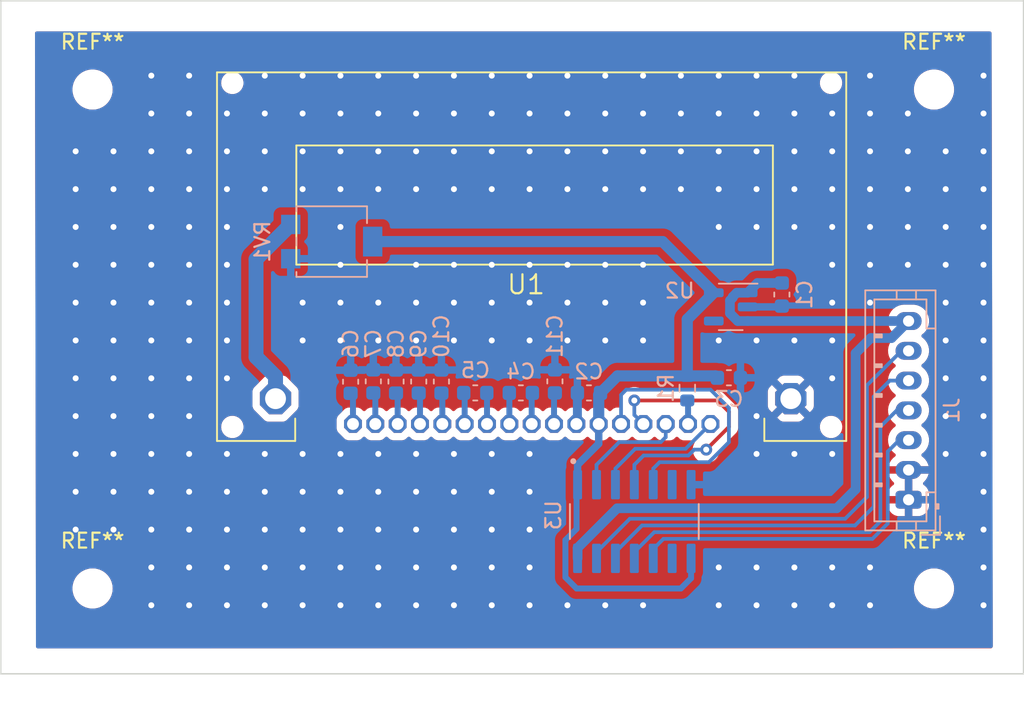
<source format=kicad_pcb>
(kicad_pcb (version 20221018) (generator pcbnew)
  (layers (0 "F.Cu" signal) (31 "B.Cu" signal) (34 "B.Paste" user) (35 "F.Paste" user) (36 "B.SilkS" user "B.Silkscreen") (37 "F.SilkS" user "F.Silkscreen") (38 "B.Mask" user) (39 "F.Mask" user) (44 "Edge.Cuts" user))
  (net 0 "")
  (net 1 "+5V")
  (net 2 "GND")
  (net 3 "+3.3V")
  (net 4 "/LCD_A0")
  (net 5 "/MCU_A0")
  (net 6 "/LCD_CS")
  (net 7 "/MCU_CS")
  (net 8 "/LCD_SCL")
  (net 9 "/MCU_SCL")
  (net 10 "/LCD_SDA")
  (net 11 "/MCU_SDA")
  (net 12 "Net-(U1-C1-)")
  (net 13 "Net-(U1-C1+)")
  (net 14 "Net-(U1-C2-)")
  (net 15 "Net-(U1-C2+)")
  (net 16 "Net-(U1-V0)")
  (net 17 "Net-(U1-V1)")
  (net 18 "Net-(U1-V2)")
  (net 19 "Net-(U1-V3)")
  (net 20 "Net-(U1-V4)")
  (net 21 "Net-(U1-VOUT)")
  (net 22 "Net-(U1-~{RST})")
  (net 24 "VD")
  (footprint "MountingHole:MountingHole_2.2mm_M2" (layer "F.Cu") (at 67 100)
    (fp_text reference "REF**" (at 0 -3.2) (layer "F.SilkS"))
    (fp_text value "MountingHole_2.2mm_M2" hide)
    (pad "" np_thru_hole circle (at 0 0) (size 2.2 2.2) (drill 2.2) (layers "*.Cu" "*.Mask"))
  )
  (footprint "MountingHole:MountingHole_2.2mm_M2" (layer "F.Cu") (at 67 66.5)
    (fp_text reference "REF**" (at 0 -3.2) (layer "F.SilkS"))
    (fp_text value "MountingHole_2.2mm_M2" hide)
    (pad "" np_thru_hole circle (at 0 0) (size 2.2 2.2) (drill 2.2) (layers "*.Cu" "*.Mask"))
  )
  (footprint "MountingHole:MountingHole_2.2mm_M2" (layer "F.Cu") (at 123.5 66.5)
    (fp_text reference "REF**" (at 0 -3.2) (layer "F.SilkS"))
    (fp_text value "MountingHole_2.2mm_M2" hide)
    (pad "" np_thru_hole circle (at 0 0) (size 2.2 2.2) (drill 2.2) (layers "*.Cu" "*.Mask"))
  )
  (footprint "library:NHD-C12832A1Z" (layer "F.Cu") (at 96.106 79.594)
    (fp_text reference "U1" (at 0 0) (layer "F.SilkS") (effects (font (size 1.27 1.27))))
    (fp_text value "NHD-C12832A1Z")
    (pad "" np_thru_hole circle (at -19.72 -13.54) (size 1 1) (drill 1) (layers "*.Cu" "*.Mask"))
    (pad "" np_thru_hole circle (at -19.72 9.56) (size 1 1) (drill 1) (layers "*.Cu" "*.Mask"))
    (pad "" np_thru_hole circle (at 20.48 -13.54) (size 1 1) (drill 1) (layers "*.Cu" "*.Mask"))
    (pad "" np_thru_hole circle (at 20.48 9.56) (size 1 1) (drill 1) (layers "*.Cu" "*.Mask"))
    (pad "P1" thru_hole roundrect (at -11.62 9.36) (size 1.2 1.2) (drill 0.8) (layers "*.Cu" "*.Mask") (chamfer_ratio 0.2928932188) (chamfer top_left top_right bottom_left bottom_right) (net 16 "Net-(U1-V0)"))
    (pad "P2" thru_hole roundrect (at -10.12 9.36) (size 1.2 1.2) (drill 0.8) (layers "*.Cu" "*.Mask") (chamfer_ratio 0.2928932188) (chamfer top_left top_right bottom_left bottom_right) (net 17 "Net-(U1-V1)"))
    (pad "P3" thru_hole roundrect (at -8.62 9.36) (size 1.2 1.2) (drill 0.8) (layers "*.Cu" "*.Mask") (chamfer_ratio 0.2928932188) (chamfer top_left top_right bottom_left bottom_right) (net 18 "Net-(U1-V2)"))
    (pad "P4" thru_hole roundrect (at -7.12 9.36) (size 1.2 1.2) (drill 0.8) (layers "*.Cu" "*.Mask") (chamfer_ratio 0.2928932188) (chamfer top_left top_right bottom_left bottom_right) (net 19 "Net-(U1-V3)"))
    (pad "P5" thru_hole roundrect (at -5.62 9.36) (size 1.2 1.2) (drill 0.8) (layers "*.Cu" "*.Mask") (chamfer_ratio 0.2928932188) (chamfer top_left top_right bottom_left bottom_right) (net 20 "Net-(U1-V4)"))
    (pad "P6" thru_hole roundrect (at -4.12 9.36) (size 1.2 1.2) (drill 0.8) (layers "*.Cu" "*.Mask") (chamfer_ratio 0.2928932188) (chamfer top_left top_right bottom_left bottom_right) (net 14 "Net-(U1-C2-)"))
    (pad "P7" thru_hole roundrect (at -2.62 9.36) (size 1.2 1.2) (drill 0.8) (layers "*.Cu" "*.Mask") (chamfer_ratio 0.2928932188) (chamfer top_left top_right bottom_left bottom_right) (net 15 "Net-(U1-C2+)"))
    (pad "P8" thru_hole roundrect (at -1.12 9.36) (size 1.2 1.2) (drill 0.8) (layers "*.Cu" "*.Mask") (chamfer_ratio 0.2928932188) (chamfer top_left top_right bottom_left bottom_right) (net 13 "Net-(U1-C1+)"))
    (pad "P9" thru_hole roundrect (at 0.38 9.36) (size 1.2 1.2) (drill 0.8) (layers "*.Cu" "*.Mask") (chamfer_ratio 0.2928932188) (chamfer top_left top_right bottom_left bottom_right) (net 12 "Net-(U1-C1-)"))
    (pad "P10" thru_hole roundrect (at 1.88 9.36) (size 1.2 1.2) (drill 0.8) (layers "*.Cu" "*.Mask") (chamfer_ratio 0.2928932188) (chamfer top_left top_right bottom_left bottom_right) (net 21 "Net-(U1-VOUT)"))
    (pad "P11" thru_hole roundrect (at 3.38 9.36) (size 1.2 1.2) (drill 0.8) (layers "*.Cu" "*.Mask") (chamfer_ratio 0.2928932188) (chamfer top_left top_right bottom_left bottom_right) (net 2 "GND"))
    (pad "P12" thru_hole roundrect (at 4.88 9.36) (size 1.2 1.2) (drill 0.8) (layers "*.Cu" "*.Mask") (chamfer_ratio 0.2928932188) (chamfer top_left top_right bottom_left bottom_right) (net 3 "+3.3V"))
    (pad "P13" thru_hole roundrect (at 6.38 9.36) (size 1.2 1.2) (drill 0.8) (layers "*.Cu" "*.Mask") (chamfer_ratio 0.2928932188) (chamfer top_left top_right bottom_left bottom_right) (net 10 "/LCD_SDA"))
    (pad "P14" thru_hole roundrect (at 7.88 9.36) (size 1.2 1.2) (drill 0.8) (layers "*.Cu" "*.Mask") (chamfer_ratio 0.2928932188) (chamfer top_left top_right bottom_left bottom_right) (net 8 "/LCD_SCL"))
    (pad "P15" thru_hole roundrect (at 9.38 9.36) (size 1.2 1.2) (drill 0.8) (layers "*.Cu" "*.Mask") (chamfer_ratio 0.2928932188) (chamfer top_left top_right bottom_left bottom_right) (net 4 "/LCD_A0"))
    (pad "P16" thru_hole roundrect (at 10.88 9.36) (size 1.2 1.2) (drill 0.8) (layers "*.Cu" "*.Mask") (chamfer_ratio 0.2928932188) (chamfer top_left top_right bottom_left bottom_right) (net 22 "Net-(U1-~{RST})"))
    (pad "P17" thru_hole roundrect (at 12.38 9.36) (size 1.2 1.2) (drill 0.8) (layers "*.Cu" "*.Mask") (chamfer_ratio 0.2928932188) (chamfer top_left top_right bottom_left bottom_right) (net 6 "/LCD_CS"))
    (pad "P18" thru_hole roundrect (at -16.82 7.66) (size 2.1 2.1) (drill 1.4) (layers "*.Cu" "*.Mask") (chamfer_ratio 0.2928932188) (chamfer top_left top_right bottom_left bottom_right) (net 24 "VD"))
    (pad "P19" thru_hole roundrect (at 17.78 7.66) (size 2.1 2.1) (drill 1.4) (layers "*.Cu" "*.Mask") (chamfer_ratio 0.2928932188) (chamfer top_left top_right bottom_left bottom_right) (net 2 "GND"))
  )
  (footprint "MountingHole:MountingHole_2.2mm_M2" (layer "F.Cu") (at 123.5 100)
    (fp_text reference "REF**" (at 0 -3.2) (layer "F.SilkS"))
    (fp_text value "MountingHole_2.2mm_M2" hide)
    (pad "" np_thru_hole circle (at 0 0) (size 2.2 2.2) (drill 2.2) (layers "*.Cu" "*.Mask"))
  )
  (footprint "Package_TO_SOT_SMD:SOT-23-5" (layer "B.Cu") (at 109.8495 81.092 180)
    (fp_text reference "U2" (at 3.4235 1.082) (layer "B.SilkS") (effects (justify mirror)))
    (fp_text value "TLV70033_SOT23-5")
    (pad "1" smd roundrect (at -1.1375 0.95 180) (size 1.325 0.6) (layers "B.Cu" "B.Paste" "B.Mask") (net 1 "+5V"))
    (pad "2" smd roundrect (at -1.1375 0 180) (size 1.325 0.6) (layers "B.Cu" "B.Paste" "B.Mask") (net 2 "GND"))
    (pad "3" smd roundrect (at -1.1375 -0.95 180) (size 1.325 0.6) (layers "B.Cu" "B.Paste" "B.Mask") (net 1 "+5V"))
    (pad "4" smd roundrect (at 1.1375 -0.95 180) (size 1.325 0.6) (layers "B.Cu" "B.Paste" "B.Mask"))
    (pad "5" smd roundrect (at 1.1375 0.95 180) (size 1.325 0.6) (layers "B.Cu" "B.Paste" "B.Mask") (net 3 "+3.3V"))
  )
  (footprint "Capacitor_SMD:C_0603_1608Metric" (layer "B.Cu") (at 113.284 80.264 -90)
    (fp_text reference "C1" (at 0 -1.524 90) (layer "B.SilkS") (effects (justify mirror)))
    (fp_text value "1uF" hide)
    (pad "1" smd roundrect (at -0.775 0 270) (size 0.9 0.95) (layers "B.Cu" "B.Paste" "B.Mask") (net 1 "+5V"))
    (pad "2" smd roundrect (at 0.775 0 270) (size 0.9 0.95) (layers "B.Cu" "B.Paste" "B.Mask") (net 2 "GND"))
  )
  (footprint "Capacitor_SMD:C_0603_1608Metric" (layer "B.Cu") (at 109.728 85.852)
    (fp_text reference "C3" (at 0 1.43) (layer "B.SilkS") (effects (justify mirror)))
    (fp_text value "1uF")
    (pad "1" smd roundrect (at -0.775 0) (size 0.9 0.95) (layers "B.Cu" "B.Paste" "B.Mask") (net 3 "+3.3V"))
    (pad "2" smd roundrect (at 0.775 0) (size 0.9 0.95) (layers "B.Cu" "B.Paste" "B.Mask") (net 2 "GND"))
  )
  (footprint "library:SOIC127P600X175-14N" (layer "B.Cu") (at 103.378 95.504 -90)
    (fp_text reference "U3" (at -0.425 5.435 90) (layer "B.SilkS") (effects (justify mirror)))
    (fp_text value "TXS0104EDR")
    (pad "1" smd roundrect (at -2.475 3.81 270) (size 1.97 0.6) (layers "B.Cu" "B.Paste" "B.Mask") (roundrect_rratio 0.15) (net 3 "+3.3V"))
    (pad "2" smd roundrect (at -2.475 2.54 270) (size 1.97 0.6) (layers "B.Cu" "B.Paste" "B.Mask") (roundrect_rratio 0.15) (net 4 "/LCD_A0"))
    (pad "3" smd roundrect (at -2.475 1.27 270) (size 1.97 0.6) (layers "B.Cu" "B.Paste" "B.Mask") (roundrect_rratio 0.15) (net 6 "/LCD_CS"))
    (pad "4" smd roundrect (at -2.475 0 270) (size 1.97 0.6) (layers "B.Cu" "B.Paste" "B.Mask") (roundrect_rratio 0.15) (net 8 "/LCD_SCL"))
    (pad "5" smd roundrect (at -2.475 -1.27 270) (size 1.97 0.6) (layers "B.Cu" "B.Paste" "B.Mask") (roundrect_rratio 0.15) (net 10 "/LCD_SDA"))
    (pad "6" smd roundrect (at -2.475 -2.54 270) (size 1.97 0.6) (layers "B.Cu" "B.Paste" "B.Mask") (roundrect_rratio 0.15))
    (pad "7" smd roundrect (at -2.475 -3.81 270) (size 1.97 0.6) (layers "B.Cu" "B.Paste" "B.Mask") (roundrect_rratio 0.15) (net 2 "GND"))
    (pad "8" smd roundrect (at 2.475 -3.81 270) (size 1.97 0.6) (layers "B.Cu" "B.Paste" "B.Mask") (roundrect_rratio 0.15) (net 3 "+3.3V"))
    (pad "9" smd roundrect (at 2.475 -2.54 270) (size 1.97 0.6) (layers "B.Cu" "B.Paste" "B.Mask") (roundrect_rratio 0.15))
    (pad "10" smd roundrect (at 2.475 -1.27 270) (size 1.97 0.6) (layers "B.Cu" "B.Paste" "B.Mask") (roundrect_rratio 0.15) (net 11 "/MCU_SDA"))
    (pad "11" smd roundrect (at 2.475 0 270) (size 1.97 0.6) (layers "B.Cu" "B.Paste" "B.Mask") (roundrect_rratio 0.15) (net 9 "/MCU_SCL"))
    (pad "12" smd roundrect (at 2.475 1.27 270) (size 1.97 0.6) (layers "B.Cu" "B.Paste" "B.Mask") (roundrect_rratio 0.15) (net 7 "/MCU_CS"))
    (pad "13" smd roundrect (at 2.475 2.54 270) (size 1.97 0.6) (layers "B.Cu" "B.Paste" "B.Mask") (roundrect_rratio 0.15) (net 5 "/MCU_A0"))
    (pad "14" smd roundrect (at 2.475 3.81 270) (size 1.97 0.6) (layers "B.Cu" "B.Paste" "B.Mask") (roundrect_rratio 0.15) (net 1 "+5V"))
  )
  (footprint "Capacitor_SMD:C_0603_1608Metric" (layer "B.Cu") (at 90.424 86.106 90)
    (fp_text reference "C10" (at 3.048 0 270) (layer "B.SilkS") (effects (justify mirror)))
    (fp_text value "1uF" hide)
    (pad "1" smd roundrect (at -0.775 0 90) (size 0.9 0.95) (layers "B.Cu" "B.Paste" "B.Mask") (net 20 "Net-(U1-V4)"))
    (pad "2" smd roundrect (at 0.775 0 90) (size 0.9 0.95) (layers "B.Cu" "B.Paste" "B.Mask") (net 2 "GND"))
  )
  (footprint "Capacitor_SMD:C_0603_1608Metric" (layer "B.Cu") (at 87.376 86.106 90)
    (fp_text reference "C8" (at 2.54 0 270) (layer "B.SilkS") (effects (justify mirror)))
    (fp_text value "1uF" hide)
    (pad "1" smd roundrect (at -0.775 0 90) (size 0.9 0.95) (layers "B.Cu" "B.Paste" "B.Mask") (net 18 "Net-(U1-V2)"))
    (pad "2" smd roundrect (at 0.775 0 90) (size 0.9 0.95) (layers "B.Cu" "B.Paste" "B.Mask") (net 2 "GND"))
  )
  (footprint "Capacitor_SMD:C_0603_1608Metric" (layer "B.Cu") (at 84.328 86.119 90)
    (fp_text reference "C6" (at 2.553 0 270) (layer "B.SilkS") (effects (justify mirror)))
    (fp_text value "1uF" hide)
    (pad "1" smd roundrect (at -0.775 0 90) (size 0.9 0.95) (layers "B.Cu" "B.Paste" "B.Mask") (net 16 "Net-(U1-V0)"))
    (pad "2" smd roundrect (at 0.775 0 90) (size 0.9 0.95) (layers "B.Cu" "B.Paste" "B.Mask") (net 2 "GND"))
  )
  (footprint "Potentiometer_SMD:Potentiometer_Bourns_3314G_Vertical" (layer "B.Cu") (at 83.058 76.708 -90)
    (fp_text reference "RV1" (at 0 4.65 90) (layer "B.SilkS") (effects (justify mirror)))
    (fp_text value "10K" hide)
    (pad "1" smd rect (at 1.15 2.75 270) (size 1.3 1.3) (layers "B.Cu" "B.Paste" "B.Mask") (net 2 "GND"))
    (pad "2" smd rect (at 0 -2.75 270) (size 2 1.3) (layers "B.Cu" "B.Paste" "B.Mask") (net 3 "+3.3V"))
    (pad "3" smd rect (at -1.15 2.75 270) (size 1.3 1.3) (layers "B.Cu" "B.Paste" "B.Mask") (net 24 "VD"))
  )
  (footprint "Capacitor_SMD:C_0603_1608Metric" (layer "B.Cu") (at 92.697 86.868)
    (fp_text reference "C5" (at 0.013 -1.524) (layer "B.SilkS") (effects (justify mirror)))
    (fp_text value "1uF" hide)
    (pad "1" smd roundrect (at -0.775 0) (size 0.9 0.95) (layers "B.Cu" "B.Paste" "B.Mask") (net 14 "Net-(U1-C2-)"))
    (pad "2" smd roundrect (at 0.775 0) (size 0.9 0.95) (layers "B.Cu" "B.Paste" "B.Mask") (net 15 "Net-(U1-C2+)"))
  )
  (footprint "Capacitor_SMD:C_0603_1608Metric" (layer "B.Cu") (at 85.852 86.093 90)
    (fp_text reference "C7" (at 2.527 0 270) (layer "B.SilkS") (effects (justify mirror)))
    (fp_text value "1uF")
    (pad "1" smd roundrect (at -0.775 0 90) (size 0.9 0.95) (layers "B.Cu" "B.Paste" "B.Mask") (net 17 "Net-(U1-V1)"))
    (pad "2" smd roundrect (at 0.775 0 90) (size 0.9 0.95) (layers "B.Cu" "B.Paste" "B.Mask") (net 2 "GND"))
  )
  (footprint "Capacitor_SMD:C_0603_1608Metric" (layer "B.Cu") (at 95.758 86.868 180)
    (fp_text reference "C4" (at 0 1.43) (layer "B.SilkS") (effects (justify mirror)))
    (fp_text value "1uF" hide)
    (pad "1" smd roundrect (at -0.775 0 180) (size 0.9 0.95) (layers "B.Cu" "B.Paste" "B.Mask") (net 12 "Net-(U1-C1-)"))
    (pad "2" smd roundrect (at 0.775 0 180) (size 0.9 0.95) (layers "B.Cu" "B.Paste" "B.Mask") (net 13 "Net-(U1-C1+)"))
  )
  (footprint "Capacitor_SMD:C_0603_1608Metric" (layer "B.Cu") (at 98.044 86.093 -90)
    (fp_text reference "C11" (at -3.035 0 90) (layer "B.SilkS") (effects (justify mirror)))
    (fp_text value "1uF" hide)
    (pad "1" smd roundrect (at -0.775 0 270) (size 0.9 0.95) (layers "B.Cu" "B.Paste" "B.Mask") (net 2 "GND"))
    (pad "2" smd roundrect (at 0.775 0 270) (size 0.9 0.95) (layers "B.Cu" "B.Paste" "B.Mask") (net 21 "Net-(U1-VOUT)"))
  )
  (footprint "Connector_JST:JST_PH_B7B-PH-K_1x07_P2.00mm_Vertical" (layer "B.Cu") (at 121.793 94.042 90)
    (fp_text reference "J1" (at 6 2.9 90) (layer "B.SilkS") (effects (justify mirror)))
    (fp_text value "Conn_01x07_Socket")
    (pad "1" thru_hole roundrect (at 0 0 90) (size 1.2 1.75) (drill 0.75) (layers "*.Cu" "*.Mask") (roundrect_rratio 0.2083333333) (net 2 "GND"))
    (pad "2" thru_hole oval (at 2 0 90) (size 1.2 1.75) (drill 0.75) (layers "*.Cu" "*.Mask") (net 2 "GND"))
    (pad "3" thru_hole oval (at 4 0 90) (size 1.2 1.75) (drill 0.75) (layers "*.Cu" "*.Mask") (net 11 "/MCU_SDA"))
    (pad "4" thru_hole oval (at 6 0 90) (size 1.2 1.75) (drill 0.75) (layers "*.Cu" "*.Mask") (net 9 "/MCU_SCL"))
    (pad "5" thru_hole oval (at 8 0 90) (size 1.2 1.75) (drill 0.75) (layers "*.Cu" "*.Mask") (net 7 "/MCU_CS"))
    (pad "6" thru_hole oval (at 10 0 90) (size 1.2 1.75) (drill 0.75) (layers "*.Cu" "*.Mask") (net 5 "/MCU_A0"))
    (pad "7" thru_hole oval (at 12 0 90) (size 1.2 1.75) (drill 0.75) (layers "*.Cu" "*.Mask") (net 1 "+5V"))
  )
  (footprint "Capacitor_SMD:C_0603_1608Metric" (layer "B.Cu") (at 88.9 86.106 90)
    (fp_text reference "C9" (at 2.54 0 90) (layer "B.SilkS") (effects (justify mirror)))
    (fp_text value "1uF" hide)
    (pad "1" smd roundrect (at -0.775 0 90) (size 0.9 0.95) (layers "B.Cu" "B.Paste" "B.Mask") (net 19 "Net-(U1-V3)"))
    (pad "2" smd roundrect (at 0.775 0 90) (size 0.9 0.95) (layers "B.Cu" "B.Paste" "B.Mask") (net 2 "GND"))
  )
  (footprint "Capacitor_SMD:C_0603_1608Metric" (layer "B.Cu") (at 100.33 86.868 180)
    (fp_text reference "C2" (at 0 1.43) (layer "B.SilkS") (effects (justify mirror)))
    (fp_text value "1uF" hide)
    (pad "1" smd roundrect (at -0.775 0 180) (size 0.9 0.95) (layers "B.Cu" "B.Paste" "B.Mask") (net 3 "+3.3V"))
    (pad "2" smd roundrect (at 0.775 0 180) (size 0.9 0.95) (layers "B.Cu" "B.Paste" "B.Mask") (net 2 "GND"))
  )
  (footprint "Resistor_SMD:R_0603_1608Metric" (layer "B.Cu") (at 106.934 86.551 -90)
    (fp_text reference "R1" (at 0 1.43 90) (layer "B.SilkS") (effects (justify mirror)))
    (fp_text value "10K")
    (pad "1" smd roundrect (at -0.825 0 270) (size 0.8 0.95) (layers "B.Cu" "B.Paste" "B.Mask") (net 3 "+3.3V"))
    (pad "2" smd roundrect (at 0.825 0 270) (size 0.8 0.95) (layers "B.Cu" "B.Paste" "B.Mask") (net 22 "Net-(U1-~{RST})"))
  )
  (gr_rect (start 60.8349 60.5362) (end 129.5127 105.7308) (stroke (width 0.1)) (fill none) (layer "Edge.Cuts"))
  (segment (start 109.7995 80.662406) (end 109.7995 81.521594) (width 0.65) (layer "B.Cu") (net 1))
  (segment (start 116.967 94.615) (end 118.237 93.345) (width 0.65) (layer "B.Cu") (net 1))
  (segment (start 99.568 97.274259) (end 102.227259 94.615) (width 0.65) (layer "B.Cu") (net 1))
  (segment (start 113.284 79.489) (end 111.64 79.489) (width 0.65) (layer "B.Cu") (net 1))
  (segment (start 119.253 83.185) (end 120.65 83.185) (width 0.65) (layer "B.Cu") (net 1))
  (segment (start 110.987 80.142) (end 110.257 80.142) (width 0.65) (layer "B.Cu") (net 1))
  (segment (start 118.237 93.345) (end 118.237 84.201) (width 0.65) (layer "B.Cu") (net 1))
  (segment (start 111.64 79.489) (end 110.987 80.142) (width 0.65) (layer "B.Cu") (net 1))
  (segment (start 109.982 80.417) (end 109.982 80.479906) (width 0.65) (layer "B.Cu") (net 1))
  (segment (start 99.568 97.979) (end 99.568 97.274259) (width 0.65) (layer "B.Cu") (net 1))
  (segment (start 120.65 83.185) (end 121.793 82.042) (width 0.65) (layer "B.Cu") (net 1))
  (segment (start 102.227259 94.615) (end 116.967 94.615) (width 0.65) (layer "B.Cu") (net 1))
  (segment (start 110.257 80.142) (end 109.982 80.417) (width 0.65) (layer "B.Cu") (net 1))
  (segment (start 109.7995 81.521594) (end 110.319906 82.042) (width 0.65) (layer "B.Cu") (net 1))
  (segment (start 109.982 80.479906) (end 109.7995 80.662406) (width 0.65) (layer "B.Cu") (net 1))
  (segment (start 118.237 84.201) (end 119.253 83.185) (width 0.65) (layer "B.Cu") (net 1))
  (segment (start 110.987 82.042) (end 121.793 82.042) (width 0.65) (layer "B.Cu") (net 1))
  (segment (start 110.319906 82.042) (end 110.987 82.042) (width 0.65) (layer "B.Cu") (net 1))
  (via (at 70.9449 68.1062) (size 0.8) (drill 0.4) (layers "F.Cu" "B.Cu") (net 2))
  (via (at 124.2849 83.3462) (size 0.8) (drill 0.4) (layers "F.Cu" "B.Cu") (net 2))
  (via (at 73.4849 90.9662) (size 0.8) (drill 0.4) (layers "F.Cu" "B.Cu") (net 2))
  (via (at 111.5849 65.5662) (size 0.8) (drill 0.4) (layers "F.Cu" "B.Cu") (net 2))
  (via (at 109.0449 98.5862) (size 0.8) (drill 0.4) (layers "F.Cu" "B.Cu") (net 2))
  (via (at 86.1849 90.9662) (size 0.8) (drill 0.4) (layers "F.Cu" "B.Cu") (net 2))
  (via (at 91.2649 93.5062) (size 0.8) (drill 0.4) (layers "F.Cu" "B.Cu") (net 2))
  (via (at 78.5649 73.1862) (size 0.8) (drill 0.4) (layers "F.Cu" "B.Cu") (net 2))
  (via (at 70.9449 75.7262) (size 0.8) (drill 0.4) (layers "F.Cu" "B.Cu") (net 2))
  (via (at 91.2649 70.6462) (size 0.8) (drill 0.4) (layers "F.Cu" "B.Cu") (net 2))
  (via (at 76.0249 70.6462) (size 0.8) (drill 0.4) (layers "F.Cu" "B.Cu") (net 2))
  (via (at 68.4049 88.4262) (size 0.8) (drill 0.4) (layers "F.Cu" "B.Cu") (net 2))
  (via (at 121.7449 78.2662) (size 0.8) (drill 0.4) (layers "F.Cu" "B.Cu") (net 2))
  (via (at 121.7449 70.6462) (size 0.8) (drill 0.4) (layers "F.Cu" "B.Cu") (net 2))
  (via (at 114.1249 83.3462) (size 0.8) (drill 0.4) (layers "F.Cu" "B.Cu") (net 2))
  (via (at 73.4849 98.5862) (size 0.8) (drill 0.4) (layers "F.Cu" "B.Cu") (net 2))
  (via (at 73.4849 85.8862) (size 0.8) (drill 0.4) (layers "F.Cu" "B.Cu") (net 2))
  (via (at 65.8649 80.8062) (size 0.8) (drill 0.4) (layers "F.Cu" "B.Cu") (net 2))
  (via (at 70.9449 90.9662) (size 0.8) (drill 0.4) (layers "F.Cu" "B.Cu") (net 2))
  (via (at 88.7249 68.1062) (size 0.8) (drill 0.4) (layers "F.Cu" "B.Cu") (net 2))
  (via (at 111.5849 88.4262) (size 0.8) (drill 0.4) (layers "F.Cu" "B.Cu") (net 2))
  (via (at 114.1249 98.5862) (size 0.8) (drill 0.4) (layers "F.Cu" "B.Cu") (net 2))
  (via (at 98.8849 83.3462) (size 0.8) (drill 0.4) (layers "F.Cu" "B.Cu") (net 2))
  (via (at 81.1049 101.1262) (size 0.8) (drill 0.4) (layers "F.Cu" "B.Cu") (net 2))
  (via (at 116.6649 70.6462) (size 0.8) (drill 0.4) (layers "F.Cu" "B.Cu") (net 2))
  (via (at 101.4249 65.5662) (size 0.8) (drill 0.4) (layers "F.Cu" "B.Cu") (net 2))
  (via (at 114.1249 70.6462) (size 0.8) (drill 0.4) (layers "F.Cu" "B.Cu") (net 2))
  (via (at 65.8649 85.8862) (size 0.8) (drill 0.4) (layers "F.Cu" "B.Cu") (net 2))
  (via (at 81.1049 93.5062) (size 0.8) (drill 0.4) (layers "F.Cu" "B.Cu") (net 2))
  (via (at 86.1849 68.1062) (size 0.8) (drill 0.4) (layers "F.Cu" "B.Cu") (net 2))
  (via (at 96.3449 83.3462) (size 0.8) (drill 0.4) (layers "F.Cu" "B.Cu") (net 2))
  (via (at 109.0449 101.1262) (size 0.8) (drill 0.4) (layers "F.Cu" "B.Cu") (net 2))
  (via (at 101.4249 70.6462) (size 0.8) (drill 0.4) (layers "F.Cu" "B.Cu") (net 2))
  (via (at 83.6449 73.1862) (size 0.8) (drill 0.4) (layers "F.Cu" "B.Cu") (net 2))
  (via (at 81.1049 83.3462) (size 0.8) (drill 0.4) (layers "F.Cu" "B.Cu") (net 2))
  (via (at 83.6449 98.5862) (size 0.8) (drill 0.4) (layers "F.Cu" "B.Cu") (net 2))
  (via (at 124.2849 75.7262) (size 0.8) (drill 0.4) (layers "F.Cu" "B.Cu") (net 2))
  (via (at 93.8049 73.1862) (size 0.8) (drill 0.4) (layers "F.Cu" "B.Cu") (net 2))
  (via (at 111.5849 75.7262) (size 0.8) (drill 0.4) (layers "F.Cu" "B.Cu") (net 2))
  (via (at 111.5849 98.5862) (size 0.8) (drill 0.4) (layers "F.Cu" "B.Cu") (net 2))
  (via (at 68.4049 93.5062) (size 0.8) (drill 0.4) (layers "F.Cu" "B.Cu") (net 2))
  (via (at 70.9449 70.6462) (size 0.8) (drill 0.4) (layers "F.Cu" "B.Cu") (net 2))
  (via (at 119.2049 73.1862) (size 0.8) (drill 0.4) (layers "F.Cu" "B.Cu") (net 2))
  (via (at 126.8249 85.8862) (size 0.8) (drill 0.4) (layers "F.Cu" "B.Cu") (net 2))
  (via (at 126.8249 98.5862) (size 0.8) (drill 0.4) (layers "F.Cu" "B.Cu") (net 2))
  (via (at 93.8049 68.1062) (size 0.8) (drill 0.4) (layers "F.Cu" "B.Cu") (net 2))
  (via (at 76.0249 68.1062) (size 0.8) (drill 0.4) (layers "F.Cu" "B.Cu") (net 2))
  (via (at 101.4249 80.8062) (size 0.8) (drill 0.4) (layers "F.Cu" "B.Cu") (net 2))
  (via (at 111.5849 73.1862) (size 0.8) (drill 0.4) (layers "F.Cu" "B.Cu") (net 2))
  (via (at 86.1849 80.8062) (size 0.8) (drill 0.4) (layers "F.Cu" "B.Cu") (net 2))
  (via (at 86.1849 65.5662) (size 0.8) (drill 0.4) (layers "F.Cu" "B.Cu") (net 2))
  (via (at 73.4849 93.5062) (size 0.8) (drill 0.4) (layers "F.Cu" "B.Cu") (net 2))
  (via (at 76.0249 93.5062) (size 0.8) (drill 0.4) (layers "F.Cu" "B.Cu") (net 2))
  (via (at 106.5049 65.5662) (size 0.8) (drill 0.4) (layers "F.Cu" "B.Cu") (net 2))
  (via (at 91.2649 96.0462) (size 0.8) (drill 0.4) (layers "F.Cu" "B.Cu") (net 2))
  (via (at 65.8649 75.7262) (size 0.8) (drill 0.4) (layers "F.Cu" "B.Cu") (net 2))
  (via (at 121.7449 75.7262) (size 0.8) (drill 0.4) (layers "F.Cu" "B.Cu") (net 2))
  (via (at 65.8649 93.5062) (size 0.8) (drill 0.4) (layers "F.Cu" "B.Cu") (net 2))
  (via (at 119.2049 80.8062) (size 0.8) (drill 0.4) (layers "F.Cu" "B.Cu") (net 2))
  (via (at 126.8249 93.5062) (size 0.8) (drill 0.4) (layers "F.Cu" "B.Cu") (net 2))
  (via (at 73.4849 83.3462) (size 0.8) (drill 0.4) (layers "F.Cu" "B.Cu") (net 2))
  (via (at 116.6649 98.5862) (size 0.8) (drill 0.4) (layers "F.Cu" "B.Cu") (net 2))
  (via (at 86.1849 96.0462) (size 0.8) (drill 0.4) (layers "F.Cu" "B.Cu") (net 2))
  (via (at 126.8249 68.1062) (size 0.8) (drill 0.4) (layers "F.Cu" "B.Cu") (net 2))
  (via (at 83.6449 75.7262) (size 0.8) (drill 0.4) (layers "F.Cu" "B.Cu") (net 2))
  (via (at 70.9449 93.5062) (size 0.8) (drill 0.4) (layers "F.Cu" "B.Cu") (net 2))
  (via (at 91.2649 101.1262) (size 0.8) (drill 0.4) (layers "F.Cu" "B.Cu") (net 2))
  (via (at 98.8849 70.6462) (size 0.8) (drill 0.4) (layers "F.Cu" "B.Cu") (net 2))
  (via (at 81.1049 96.0462) (size 0.8) (drill 0.4) (layers "F.Cu" "B.Cu") (net 2))
  (via (at 103.9649 68.1062) (size 0.8) (drill 0.4) (layers "F.Cu" "B.Cu") (net 2))
  (via (at 83.6449 101.1262) (size 0.8) (drill 0.4) (layers "F.Cu" "B.Cu") (net 2))
  (via (at 116.6649 68.1062) (size 0.8) (drill 0.4) (layers "F.Cu" "B.Cu") (net 2))
  (via (at 93.8049 65.5662) (size 0.8) (drill 0.4) (layers "F.Cu" "B.Cu") (net 2))
  (via (at 73.4849 101.1262) (size 0.8) (drill 0.4) (layers "F.Cu" "B.Cu") (net 2))
  (via (at 88.7249 98.5862) (size 0.8) (drill 0.4) (layers "F.Cu" "B.Cu") (net 2))
  (via (at 96.3449 98.5862) (size 0.8) (drill 0.4) (layers "F.Cu" "B.Cu") (net 2))
  (via (at 65.8649 88.4262) (size 0.8) (drill 0.4) (layers "F.Cu" "B.Cu") (net 2))
  (via (at 111.5849 90.9662) (size 0.8) (drill 0.4) (layers "F.Cu" "B.Cu") (net 2))
  (via (at 98.8849 73.1862) (size 0.8) (drill 0.4) (layers "F.Cu" "B.Cu") (net 2))
  (via (at 88.7249 78.2662) (size 0.8) (drill 0.4) (layers "F.Cu" "B.Cu") (net 2))
  (via (at 93.8049 98.5862) (size 0.8) (drill 0.4) (layers "F.Cu" "B.Cu") (net 2))
  (via (at 119.2049 65.5662) (size 0.8) (drill 0.4) (layers "F.Cu" "B.Cu") (net 2))
  (via (at 119.2049 78.2662) (size 0.8) (drill 0.4) (layers "F.Cu" "B.Cu") (net 2))
  (via (at 68.4049 70.6462) (size 0.8) (drill 0.4) (layers "F.Cu" "B.Cu") (net 2))
  (via (at 111.5849 101.1262) (size 0.8) (drill 0.4) (layers "F.Cu" "B.Cu") (net 2))
  (via (at 88.7249 93.5062) (size 0.8) (drill 0.4) (layers "F.Cu" "B.Cu") (net 2))
  (via (at 116.6649 73.1862) (size 0.8) (drill 0.4) (layers "F.Cu" "B.Cu") (net 2))
  (via (at 76.0249 83.3462) (size 0.8) (drill 0.4) (layers "F.Cu" "B.Cu") (net 2))
  (via (at 121.7449 73.1862) (size 0.8) (drill 0.4) (layers "F.Cu" "B.Cu") (net 2))
  (via (at 96.3449 93.5062) (size 0.8) (drill 0.4) (layers "F.Cu" "B.Cu") (net 2))
  (via (at 114.1249 65.5662) (size 0.8) (drill 0.4) (layers "F.Cu" "B.Cu") (net 2))
  (via (at 126.8249 65.5662) (size 0.8) (drill 0.4) (layers "F.Cu" "B.Cu") (net 2))
  (via (at 86.1849 83.3462) (size 0.8) (drill 0.4) (layers "F.Cu" "B.Cu") (net 2))
  (via (at 78.5649 96.0462) (size 0.8) (drill 0.4) (layers "F.Cu" "B.Cu") (net 2))
  (via (at 73.4849 96.0462) (size 0.8) (drill 0.4) (layers "F.Cu" "B.Cu") (net 2))
  (via (at 93.8049 80.8062) (size 0.8) (drill 0.4) (layers "F.Cu" "B.Cu") (net 2))
  (via (at 101.4249 78.2662) (size 0.8) (drill 0.4) (layers "F.Cu" "B.Cu") (net 2))
  (via (at 78.5649 70.6462) (size 0.8) (drill 0.4) (layers "F.Cu" "B.Cu") (net 2))
  (via (at 126.8249 96.0462) (size 0.8) (drill 0.4) (layers "F.Cu" "B.Cu") (net 2))
  (via (at 68.4049 73.1862) (size 0.8) (drill 0.4) (layers "F.Cu" "B.Cu") (net 2))
  (via (at 114.1249 73.1862) (size 0.8) (drill 0.4) (layers "F.Cu" "B.Cu") (net 2))
  (via (at 76.0249 73.1862) (size 0.8) (drill 0.4) (layers "F.Cu" "B.Cu") (net 2))
  (via (at 93.8049 101.1262) (size 0.8) (drill 0.4) (layers "F.Cu" "B.Cu") (net 2))
  (via (at 81.1049 65.5662) (size 0.8) (drill 0.4) (layers "F.Cu" "B.Cu") (net 2))
  (via (at 119.2049 75.7262) (size 0.8) (drill 0.4) (layers "F.Cu" "B.Cu") (net 2))
  (via (at 109.0449 83.3462) (size 0.8) (drill 0.4) (layers "F.Cu" "B.Cu") (net 2))
  (via (at 111.5849 70.6462) (size 0.8) (drill 0.4) (layers "F.Cu" "B.Cu") (net 2))
  (via (at 73.4849 73.1862) (size 0.8) (drill 0.4) (layers "F.Cu" "B.Cu") (net 2))
  (via (at 70.9449 65.5662) (size 0.8) (drill 0.4) (layers "F.Cu" "B.Cu") (net 2))
  (via (at 70.9449 73.1862) (size 0.8) (drill 0.4) (layers "F.Cu" "B.Cu") (net 2))
  (via (at 73.4849 78.2662) (size 0.8) (drill 0.4) (layers "F.Cu" "B.Cu") (net 2))
  (via (at 116.6649 80.8062) (size 0.8) (drill 0.4) (layers "F.Cu" "B.Cu") (net 2))
  (via (at 81.1049 73.1862) (size 0.8) (drill 0.4) (layers "F.Cu" "B.Cu") (net 2))
  (via (at 91.2649 78.2662) (size 0.8) (drill 0.4) (layers "F.Cu" "B.Cu") (net 2))
  (via (at 96.3449 68.1062) (size 0.8) (drill 0.4) (layers "F.Cu" "B.Cu") (net 2))
  (via (at 88.7249 70.6462) (size 0.8) (drill 0.4) (layers "F.Cu" "B.Cu") (net 2))
  (via (at 76.0249 90.9662) (size 0.8) (drill 0.4) (layers "F.Cu" "B.Cu") (net 2))
  (via (at 119.2049 98.5862) (size 0.8) (drill 0.4) (layers "F.Cu" "B.Cu") (net 2))
  (via (at 88.7249 90.9662) (size 0.8) (drill 0.4) (layers "F.Cu" "B.Cu") (net 2))
  (via (at 68.4049 78.2662) (size 0.8) (drill 0.4) (layers "F.Cu" "B.Cu") (net 2))
  (via (at 116.6649 78.2662) (size 0.8) (drill 0.4) (layers "F.Cu" "B.Cu") (net 2))
  (via (at 76.0249 96.0462) (size 0.8) (drill 0.4) (layers "F.Cu" "B.Cu") (net 2))
  (via (at 98.8849 80.8062) (size 0.8) (drill 0.4) (layers "F.Cu" "B.Cu") (net 2))
  (via (at 124.2849 80.8062) (size 0.8) (drill 0.4) (layers "F.Cu" "B.Cu") (net 2))
  (via (at 76.0249 80.8062) (size 0.8) (drill 0.4) (layers "F.Cu" "B.Cu") (net 2))
  (via (at 126.8249 75.7262) (size 0.8) (drill 0.4) (layers "F.Cu" "B.Cu") (net 2))
  (via (at 91.2649 90.9662) (size 0.8) (drill 0.4) (layers "F.Cu" "B.Cu") (net 2))
  (via (at 88.7249 101.1262) (size 0.8) (drill 0.4) (layers "F.Cu" "B.Cu") (net 2))
  (via (at 86.1849 98.5862) (size 0.8) (drill 0.4) (layers "F.Cu" "B.Cu") (net 2))
  (via (at 103.9649 80.8062) (size 0.8) (drill 0.4) (layers "F.Cu" "B.Cu") (net 2))
  (via (at 124.2849 70.6462) (size 0.8) (drill 0.4) (layers "F.Cu" "B.Cu") (net 2))
  (via (at 65.8649 83.3462) (size 0.8) (drill 0.4) (layers "F.Cu" "B.Cu") (net 2))
  (via (at 126.8249 88.4262) (size 0.8) (drill 0.4) (layers "F.Cu" "B.Cu") (net 2))
  (via (at 70.9449 83.3462) (size 0.8) (drill 0.4) (layers "F.Cu" "B.Cu") (net 2))
  (via (at 68.4049 83.3462) (size 0.8) (drill 0.4) (layers "F.Cu" "B.Cu") (net 2))
  (via (at 126.8249 80.8062) (size 0.8) (drill 0.4) (layers "F.Cu" "B.Cu") (net 2))
  (via (at 86.1849 93.5062) (size 0.8) (drill 0.4) (layers "F.Cu" "B.Cu") (net 2))
  (via (at 103.9649 70.6462) (size 0.8) (drill 0.4) (layers "F.Cu" "B.Cu") (net 2))
  (via (at 126.8249 70.6462) (size 0.8) (drill 0.4) (layers "F.Cu" "B.Cu") (net 2))
  (via (at 124.2849 90.9662) (size 0.8) (drill 0.4) (layers "F.Cu" "B.Cu") (net 2))
  (via (at 70.9449 88.4262) (size 0.8) (drill 0.4) (layers "F.Cu" "B.Cu") (net 2))
  (via (at 81.1049 80.8062) (size 0.8) (drill 0.4) (layers "F.Cu" "B.Cu") (net 2))
  (via (at 109.0449 65.5662) (size 0.8) (drill 0.4) (layers "F.Cu" "B.Cu") (net 2))
  (via (at 124.2849 85.8862) (size 0.8) (drill 0.4) (layers "F.Cu" "B.Cu") (net 2))
  (via (at 93.8049 78.2662) (size 0.8) (drill 0.4) (layers "F.Cu" "B.Cu") (net 2))
  (via (at 114.1249 75.7262) (size 0.8) (drill 0.4) (layers "F.Cu" "B.Cu") (net 2))
  (via (at 93.8049 70.6462) (size 0.8) (drill 0.4) (layers "F.Cu" "B.Cu") (net 2))
  (via (at 109.0449 68.1062) (size 0.8) (drill 0.4) (layers "F.Cu" "B.Cu") (net 2))
  (via (at 126.8249 90.9662) (size 0.8) (drill 0.4) (layers "F.Cu" "B.Cu") (net 2))
  (via (at 70.9449 80.8062) (size 0.8) (drill 0.4) (layers "F.Cu" "B.Cu") (net 2))
  (via (at 121.7449 68.1062) (size 0.8) (drill 0.4) (layers "F.Cu" "B.Cu") (net 2))
  (via (at 126.8249 78.2662) (size 0.8) (drill 0.4) (layers "F.Cu" "B.Cu") (net 2))
  (via (at 81.1049 70.6462) (size 0.8) (drill 0.4) (layers "F.Cu" "B.Cu") (net 2))
  (via (at 76.0249 85.8862) (size 0.8) (drill 0.4) (layers "F.Cu" "B.Cu") (net 2))
  (via (at 73.4849 70.6462) (size 0.8) (drill 0.4) (layers "F.Cu" "B.Cu") (net 2))
  (via (at 124.2849 88.4262) (size 0.8) (drill 0.4) (layers "F.Cu" "B.Cu") (net 2))
  (via (at 70.9449 78.2662) (size 0.8) (drill 0.4) (layers "F.Cu" "B.Cu") (net 2))
  (via (at 65.8649 78.2662) (size 0.8) (drill 0.4) (layers "F.Cu" "B.Cu") (net 2))
  (via (at 98.8849 68.1062) (size 0.8) (drill 0.4) (layers "F.Cu" "B.Cu") (net 2))
  (via (at 119.2049 101.1262) (size 0.8) (drill 0.4) (layers "F.Cu" "B.Cu") (net 2))
  (via (at 91.2649 73.1862) (size 0.8) (drill 0.4) (layers "F.Cu" "B.Cu") (net 2))
  (via (at 93.8049 96.0462) (size 0.8) (drill 0.4) (layers "F.Cu" "B.Cu") (net 2))
  (via (at 83.6449 68.1062) (size 0.8) (drill 0.4) (layers "F.Cu" "B.Cu") (net 2))
  (via (at 78.5649 90.9662) (size 0.8) (drill 0.4) (layers "F.Cu" "B.Cu") (net 2))
  (via (at 96.3449 73.1862) (size 0.8) (drill 0.4) (layers "F.Cu" "B.Cu") (net 2))
  (via (at 78.5649 101.1262) (size 0.8) (drill 0.4) (layers "F.Cu" "B.Cu") (net 2))
  (via (at 68.4049 80.8062) (size 0.8) (drill 0.4) (layers "F.Cu" "B.Cu") (net 2))
  (via (at 91.2649 80.8062) (size 0.8) (drill 0.4) (layers "F.Cu" "B.Cu") (net 2))
  (via (at 76.0249 98.5862) (size 0.8) (drill 0.4) (layers "F.Cu" "B.Cu") (net 2))
  (via (at 73.4849 88.4262) (size 0.8) (drill 0.4) (layers "F.Cu" "B.Cu") (net 2))
  (via (at 101.4249 68.1062) (size 0.8) (drill 0.4) (layers "F.Cu" "B.Cu") (net 2))
  (via (at 83.6449 93.5062) (size 0.8) (drill 0.4) (layers "F.Cu" "B.Cu") (net 2))
  (via (at 78.5649 93.5062) (size 0.8) (drill 0.4) (layers "F.Cu" "B.Cu") (net 2))
  (via (at 83.6449 70.6462) (size 0.8) (drill 0.4) (layers "F.Cu" "B.Cu") (net 2))
  (via (at 111.5849 83.3462) (size 0.8) (drill 0.4) (layers "F.Cu" "B.Cu") (net 2))
  (via (at 126.8249 83.3462) (size 0.8) (drill 0.4) (layers "F.Cu" "B.Cu") (net 2))
  (via (at 86.1849 70.6462) (size 0.8) (drill 0.4) (layers "F.Cu" "B.Cu") (net 2))
  (via (at 70.9449 101.1262) (size 0.8) (drill 0.4) (layers "F.Cu" "B.Cu") (net 2))
  (via (at 119.2049 70.6462) (size 0.8) (drill 0.4) (layers "F.Cu" "B.Cu") (net 2))
  (via (at 91.2649 68.1062) (size 0.8) (drill 0.4) (layers "F.Cu" "B.Cu") (net 2))
  (via (at 114.1249 90.9662) (size 0.8) (drill 0.4) (layers "F.Cu" "B.Cu") (net 2))
  (via (at 78.5649 68.1062) (size 0.8) (drill 0.4) (layers "F.Cu" "B.Cu") (net 2))
  (via (at 65.8649 90.9662) (size 0.8) (drill 0.4) (layers "F.Cu" "B.Cu") (net 2))
  (via (at 83.6449 65.5662) (size 0.8) (drill 0.4) (layers "F.Cu" "B.Cu") (net 2))
  (via (at 96.3449 96.0462) (size 0.8) (drill 0.4) (layers "F.Cu" "B.Cu") (net 2))
  (via (at 88.7249 96.0462) (size 0.8) (drill 0.4) (layers "F.Cu" "B.Cu") (net 2))
  (via (at 93.8049 93.5062) (size 0.8) (drill 0.4) (layers "F.Cu" "B.Cu") (net 2))
  (via (at 109.0449 73.1862) (size 0.8) (drill 0.4) (layers "F.Cu" "B.Cu") (net 2))
  (via (at 126.8249 73.1862) (size 0.8) (drill 0.4) (layers "F.Cu" "B.Cu") (net 2))
  (via (at 116.6649 83.3462) (size 0.8) (drill 0.4) (layers "F.Cu" "B.Cu") (net 2))
  (via (at 91.2649 98.5862) (size 0.8) (drill 0.4) (layers "F.Cu" "B.Cu") (net 2))
  (via (at 126.8249 101.1262) (size 0.8) (drill 0.4) (layers "F.Cu" "B.Cu") (net 2))
  (via (at 111.5849 68.1062) (size 0.8) (drill 0.4) (layers "F.Cu" "B.Cu") (net 2))
  (via (at 114.1249 101.1262) (size 0.8) (drill 0.4) (layers "F.Cu" "B.Cu") (net 2))
  (via (at 68.4049 90.9662) (size 0.8) (drill 0.4) (layers "F.Cu" "B.Cu") (net 2))
  (via (at 103.9649 65.5662) (size 0.8) (drill 0.4) (layers "F.Cu" "B.Cu") (net 2))
  (via (at 83.6449 83.3462) (size 0.8) (drill 0.4) (layers "F.Cu" "B.Cu") (net 2))
  (via (at 68.4049 75.7262) (size 0.8) (drill 0.4) (layers "F.Cu" "B.Cu") (net 2))
  (via (at 109.0449 70.6462) (size 0.8) (drill 0.4) (layers "F.Cu" "B.Cu") (net 2))
  (via (at 116.6649 75.7262) (size 0.8) (drill 0.4) (layers "F.Cu" "B.Cu") (net 2))
  (via (at 119.2049 68.1062) (size 0.8) (drill 0.4) (layers "F.Cu" "B.Cu") (net 2))
  (via (at 91.2649 65.5662) (size 0.8) (drill 0.4) (layers "F.Cu" "B.Cu") (net 2))
  (via (at 83.6449 78.2662) (size 0.8) (drill 0.4) (layers "F.Cu" "B.Cu") (net 2))
  (via (at 98.8849 101.1262) (size 0.8) (drill 0.4) (layers "F.Cu" "B.Cu") (net 2))
  (via (at 73.4849 75.7262) (size 0.8) (drill 0.4) (layers "F.Cu" "B.Cu") (net 2))
  (via (at 91.2649 83.3462) (size 0.8) (drill 0.4) (layers "F.Cu" "B.Cu") (net 2))
  (via (at 65.8649 70.6462) (size 0.8) (drill 0.4) (layers "F.Cu" "B.Cu") (net 2))
  (via (at 83.6449 96.0462) (size 0.8) (drill 0.4) (layers "F.Cu" "B.Cu") (net 2))
  (via (at 65.8649 73.1862) (size 0.8) (drill 0.4) (layers "F.Cu" "B.Cu") (net 2))
  (via (at 116.6649 90.9662) (size 0.8) (drill 0.4) (layers "F.Cu" "B.Cu") (net 2))
  (via (at 103.9649 83.3462) (size 0.8) (drill 0.4) (layers "F.Cu" "B.Cu") (net 2))
  (via (at 106.5049 68.1062) (size 0.8) (drill 0.4) (layers "F.Cu" "B.Cu") (net 2))
  (via (at 96.3449 90.9662) (size 0.8) (drill 0.4) (layers "F.Cu" "B.Cu") (net 2))
  (via (at 103.9649 73.1862) (size 0.8) (drill 0.4) (layers "F.Cu" "B.Cu") (net 2))
  (via (at 116.6649 85.8862) (size 0.8) (drill 0.4) (layers "F.Cu" "B.Cu") (net 2))
  (via (at 96.3449 101.1262) (size 0.8) (drill 0.4) (layers "F.Cu" "B.Cu") (net 2))
  (via (at 106.5049 73.1862) (size 0.8) (drill 0.4) (layers "F.Cu" "B.Cu") (net 2))
  (via (at 86.1849 73.1862) (size 0.8) (drill 0.4) (layers "F.Cu" "B.Cu") (net 2))
  (via (at 73.4849 68.1062) (size 0.8) (drill 0.4) (layers "F.Cu" "B.Cu") (net 2))
  (via (at 78.5649 98.5862) (size 0.8) (drill 0.4) (layers "F.Cu" "B.Cu") (net 2))
  (via (at 96.3449 65.5662) (size 0.8) (drill 0.4) (layers "F.Cu" "B.Cu") (net 2))
  (via (at 88.7249 73.1862) (size 0.8) (drill 0.4) (layers "F.Cu" "B.Cu") (net 2))
  (via (at 76.0249 78.2662) (size 0.8) (drill 0.4) (layers "F.Cu" "B.Cu") (net 2))
  (via (at 96.3449 80.8062) (size 0.8) (drill 0.4) (layers "F.Cu" "B.Cu") (net 2))
  (via (at 68.4049 85.8862) (size 0.8) (drill 0.4) (layers "F.Cu" "B.Cu") (net 2))
  (via (at 83.6449 90.9662) (size 0.8) (drill 0.4) (layers "F.Cu" "B.Cu") (net 2))
  (via (at 70.9449 98.5862) (size 0.8) (drill 0.4) (layers "F.Cu" "B.Cu") (net 2))
  (via (at 65.8649 96.0462) (size 0.8) (drill 0.4) (layers "F.Cu" "B.Cu") (net 2))
  (via (at 76.0249 101.1262) (size 0.8) (drill 0.4) (layers "F.Cu" "B.Cu") (net 2))
  (via (at 106.5049 70.6462) (size 0.8) (drill 0.4) (layers "F.Cu" "B.Cu") (net 2))
  (via (at 83.6449 80.8062) (size 0.8) (drill 0.4) (layers "F.Cu" "B.Cu") (net 2))
  (via (at 116.6649 101.1262) (size 0.8) (drill 0.4) (layers "F.Cu" "B.Cu") (net 2))
  (via (at 101.4249 73.1862) (size 0.8) (drill 0.4) (layers "F.Cu" "B.Cu") (net 2))
  (via (at 78.5649 65.5662) (size 0.8) (drill 0.4) (layers "F.Cu" "B.Cu") (net 2))
  (via (at 93.8049 90.9662) (size 0.8) (drill 0.4) (layers "F.Cu" "B.Cu") (net 2))
  (via (at 96.3449 70.6462) (size 0.8) (drill 0.4) (layers "F.Cu" "B.Cu") (net 2))
  (via (at 88.7249 83.3462) (size 0.8) (drill 0.4) (layers "F.Cu" "B.Cu") (net 2))
  (via (at 93.8049 83.3462) (size 0.8) (drill 0.4) (layers "F.Cu" "B.Cu") (net 2))
  (via (at 88.7249 65.5662) (size 0.8) (drill 0.4) (layers "F.Cu" "B.Cu") (net 2))
  (via (at 98.8849 78.2662) (size 0.8) (drill 0.4) (layers "F.Cu" "B.Cu") (net 2))
  (via (at 81.1049 68.1062) (size 0.8) (drill 0.4) (layers "F.Cu" "B.Cu") (net 2))
  (via (at 98.8849 65.5662) (size 0.8) (drill 0.4) (layers "F.Cu" "B.Cu") (net 2))
  (via (at 101.4249 83.3462) (size 0.8) (drill 0.4) (layers "F.Cu" "B.Cu") (net 2))
  (via (at 124.2849 73.1862) (size 0.8) (drill 0.4) (layers "F.Cu" "B.Cu") (net 2))
  (via (at 73.4849 80.8062) (size 0.8) (drill 0.4) (layers "F.Cu" "B.Cu") (net 2))
  (via (at 86.1849 101.1262) (size 0.8) (drill 0.4) (layers "F.Cu" "B.Cu") (net 2))
  (via (at 70.9449 85.8862) (size 0.8) (drill 0.4) (layers "F.Cu" "B.Cu") (net 2))
  (via (at 81.1049 98.5862) (size 0.8) (drill 0.4) (layers "F.Cu" "B.Cu") (net 2))
  (via (at 96.3449 78.2662) (size 0.8) (drill 0.4) (layers "F.Cu" "B.Cu") (net 2))
  (via (at 88.7249 80.8062) (size 0.8) (drill 0.4) (layers "F.Cu" "B.Cu") (net 2))
  (via (at 76.0249 75.7262) (size 0.8) (drill 0.4) (layers "F.Cu" "B.Cu") (net 2))
  (via (at 103.9649 78.2662) (size 0.8) (drill 0.4) (layers "F.Cu" "B.Cu") (net 2))
  (via (at 109.0449 75.7262) (size 0.8) (drill 0.4) (layers "F.Cu" "B.Cu") (net 2))
  (via (at 101.4249 101.1262) (size 0.8) (drill 0.4) (layers "F.Cu" "B.Cu") (net 2))
  (via (at 103.9649 101.1262) (size 0.8) (drill 0.4) (layers "F.Cu" "B.Cu") (net 2))
  (via (at 70.9449 96.0462) (size 0.8) (drill 0.4) (layers "F.Cu" "B.Cu") (net 2))
  (via (at 81.1049 90.9662) (size 0.8) (drill 0.4) (layers "F.Cu" "B.Cu") (net 2))
  (via (at 124.2849 78.2662) (size 0.8) (drill 0.4) (layers "F.Cu" "B.Cu") (net 2))
  (via (at 68.4049 96.0462) (size 0.8) (drill 0.4) (layers "F.Cu" "B.Cu") (net 2))
  (via (at 73.4849 65.5662) (size 0.8) (drill 0.4) (layers "F.Cu" "B.Cu") (net 2))
  (via (at 114.1249 68.1062) (size 0.8) (drill 0.4) (layers "F.Cu" "B.Cu") (net 2))
  (segment (start 99.555 88.885) (end 99.486 88.954) (width 0.4) (layer "B.Cu") (net 2))
  (segment (start 113.231 81.092) (end 113.284 81.039) (width 0.25) (layer "B.Cu") (net 2))
  (segment (start 99.555 86.868) (end 99.555 88.885) (width 0.6) (layer "B.Cu") (net 2))
  (segment (start 110.987 81.092) (end 113.231 81.092) (width 0.5) (layer "B.Cu") (net 2))
  (segment (start 99.486 86.937) (end 99.555 86.868) (width 0.4) (layer "B.Cu") (net 2))
  (segment (start 108.712 80.142) (end 106.934 81.92) (width 0.75) (layer "B.Cu") (net 3))
  (segment (start 108.827 85.726) (end 108.953 85.852) (width 0.75) (layer "B.Cu") (net 3))
  (segment (start 101.105 86.868) (end 102.247 85.726) (width 0.75) (layer "B.Cu") (net 3))
  (segment (start 99.5 93.097) (end 99.568 93.029) (width 0.4) (layer "B.Cu") (net 3))
  (segment (start 107.188 99.312) (end 106.5 100) (width 0.4) (layer "B.Cu") (net 3))
  (segment (start 98.75 99.25) (end 98.75 96.749517) (width 0.4) (layer "B.Cu") (net 3))
  (segment (start 99.568 93.029) (end 99.568 91.694) (width 0.5) (layer "B.Cu") (net 3))
  (segment (start 99.5 100) (end 98.75 99.25) (width 0.4) (layer "B.Cu") (net 3))
  (segment (start 107.188 97.979) (end 107.188 99.312) (width 0.4) (layer "B.Cu") (net 3))
  (segment (start 100.986 88.954) (end 100.986 86.987) (width 0.75) (layer "B.Cu") (net 3))
  (segment (start 108.712 80.142) (end 105.278 76.708) (width 0.75) (layer "B.Cu") (net 3))
  (segment (start 99.568 91.694) (end 100.986 90.276) (width 0.5) (layer "B.Cu") (net 3))
  (segment (start 98.75 96.749517) (end 99.5 95.999517) (width 0.4) (layer "B.Cu") (net 3))
  (segment (start 106.934 81.92) (end 106.934 85.726) (width 0.75) (layer "B.Cu") (net 3))
  (segment (start 105.278 76.708) (end 85.808 76.708) (width 0.75) (layer "B.Cu") (net 3))
  (segment (start 100.986 86.987) (end 101.105 86.868) (width 0.75) (layer "B.Cu") (net 3))
  (segment (start 100.986 90.276) (end 100.986 88.954) (width 0.5) (layer "B.Cu") (net 3))
  (segment (start 106.934 85.726) (end 108.827 85.726) (width 0.75) (layer "B.Cu") (net 3))
  (segment (start 99.5 95.999517) (end 99.5 93.097) (width 0.4) (layer "B.Cu") (net 3))
  (segment (start 106.5 100) (end 99.5 100) (width 0.4) (layer "B.Cu") (net 3))
  (segment (start 102.247 85.726) (end 106.934 85.726) (width 0.75) (layer "B.Cu") (net 3))
  (segment (start 105.486 89.84) (end 105.486 88.954) (width 0.25) (layer "B.Cu") (net 4))
  (segment (start 100.838 93.029) (end 100.838 91.694) (width 0.25) (layer "B.Cu") (net 4))
  (segment (start 100.838 91.694) (end 102.362 90.17) (width 0.25) (layer "B.Cu") (net 4))
  (segment (start 105.156 90.17) (end 105.486 89.84) (width 0.25) (layer "B.Cu") (net 4))
  (segment (start 102.362 90.17) (end 105.156 90.17) (width 0.25) (layer "B.Cu") (net 4))
  (segment (start 121.317 84.042) (end 121.793 84.042) (width 0.25) (layer "B.Cu") (net 5))
  (segment (start 118.999 86.36) (end 121.317 84.042) (width 0.25) (layer "B.Cu") (net 5))
  (segment (start 103.076101 95.319) (end 117.533 95.319) (width 0.25) (layer "B.Cu") (net 5))
  (segment (start 118.999 93.853) (end 118.999 86.36) (width 0.25) (layer "B.Cu") (net 5))
  (segment (start 117.533 95.319) (end 118.999 93.853) (width 0.25) (layer "B.Cu") (net 5))
  (segment (start 100.838 97.557101) (end 103.076101 95.319) (width 0.25) (layer "B.Cu") (net 5))
  (segment (start 100.838 97.979) (end 100.838 97.557101) (width 0.25) (layer "B.Cu") (net 5))
  (segment (start 103.436 90.62) (end 106.82 90.62) (width 0.25) (layer "B.Cu") (net 6))
  (segment (start 106.82 90.62) (end 108.486 88.954) (width 0.25) (layer "B.Cu") (net 6))
  (segment (start 102.108 91.948) (end 103.436 90.62) (width 0.25) (layer "B.Cu") (net 6))
  (segment (start 102.108 93.029) (end 102.108 91.948) (width 0.25) (layer "B.Cu") (net 6))
  (segment (start 102.108 97.979) (end 102.108 97.557101) (width 0.25) (layer "B.Cu") (net 7))
  (segment (start 102.108 97.557101) (end 103.896101 95.769) (width 0.25) (layer "B.Cu") (net 7))
  (segment (start 119.449 94.515) (end 119.449 87.122) (width 0.25) (layer "B.Cu") (net 7))
  (segment (start 120.529 86.042) (end 121.793 86.042) (width 0.25) (layer "B.Cu") (net 7))
  (segment (start 118.195 95.769) (end 119.449 94.515) (width 0.25) (layer "B.Cu") (net 7))
  (segment (start 119.449 87.122) (end 120.529 86.042) (width 0.25) (layer "B.Cu") (net 7))
  (segment (start 103.896101 95.769) (end 118.195 95.769) (width 0.25) (layer "B.Cu") (net 7))
  (segment (start 109.728 89.154) (end 109.728 88.138) (width 0.25) (layer "F.Cu") (net 8))
  (segment (start 108.966 87.376) (end 103.378 87.376) (width 0.25) (layer "F.Cu") (net 8))
  (segment (start 109.728 88.138) (end 108.966 87.376) (width 0.25) (layer "F.Cu") (net 8))
  (segment (start 108.204 90.678) (end 109.728 89.154) (width 0.25) (layer "F.Cu") (net 8))
  (via (at 103.378 87.376) (size 0.8) (drill 0.4) (layers "F.Cu" "B.Cu") (net 8))
  (via (at 108.204 90.678) (size 0.8) (drill 0.4) (layers "F.Cu" "B.Cu") (net 8))
  (segment (start 108.204 90.678) (end 107.398396 90.678) (width 0.25) (layer "B.Cu") (net 8))
  (segment (start 103.378 87.376) (end 103.378 88.346) (width 0.25) (layer "B.Cu") (net 8))
  (segment (start 103.378 91.694) (end 103.378 93.029) (width 0.25) (layer "B.Cu") (net 8))
  (segment (start 107.398396 90.678) (end 107.006396 91.07) (width 0.25) (layer "B.Cu") (net 8))
  (segment (start 103.378 88.346) (end 103.986 88.954) (width 0.25) (layer "B.Cu") (net 8))
  (segment (start 104.002 91.07) (end 103.378 91.694) (width 0.25) (layer "B.Cu") (net 8))
  (segment (start 107.006396 91.07) (end 104.002 91.07) (width 0.25) (layer "B.Cu") (net 8))
  (segment (start 121 88.042) (end 121.793 88.042) (width 0.25) (layer "B.Cu") (net 9))
  (segment (start 104.716101 96.219) (end 119.173 96.219) (width 0.25) (layer "B.Cu") (net 9))
  (segment (start 103.378 97.979) (end 103.378 97.557101) (width 0.25) (layer "B.Cu") (net 9))
  (segment (start 119.899 89.143) (end 121 88.042) (width 0.25) (layer "B.Cu") (net 9))
  (segment (start 119.899 95.493) (end 119.899 89.143) (width 0.25) (layer "B.Cu") (net 9))
  (segment (start 103.378 97.557101) (end 104.716101 96.219) (width 0.25) (layer "B.Cu") (net 9))
  (segment (start 119.173 96.219) (end 119.899 95.493) (width 0.25) (layer "B.Cu") (net 9))
  (segment (start 108.387305 91.52) (end 109.728 90.179305) (width 0.25) (layer "B.Cu") (net 10))
  (segment (start 102.486 86.998) (end 102.486 88.954) (width 0.25) (layer "B.Cu") (net 10))
  (segment (start 105.076 91.52) (end 108.387305 91.52) (width 0.25) (layer "B.Cu") (net 10))
  (segment (start 108.495 86.651) (end 102.833 86.651) (width 0.25) (layer "B.Cu") (net 10))
  (segment (start 102.833 86.651) (end 102.486 86.998) (width 0.25) (layer "B.Cu") (net 10))
  (segment (start 104.648 93.029) (end 104.648 91.948) (width 0.25) (layer "B.Cu") (net 10))
  (segment (start 109.728 87.884) (end 108.495 86.651) (width 0.25) (layer "B.Cu") (net 10))
  (segment (start 104.648 91.948) (end 105.076 91.52) (width 0.25) (layer "B.Cu") (net 10))
  (segment (start 109.728 90.179305) (end 109.728 87.884) (width 0.25) (layer "B.Cu") (net 10))
  (segment (start 120.396 90.805) (end 121.159 90.042) (width 0.25) (layer "B.Cu") (net 11))
  (segment (start 120.396 95.634792) (end 120.396 90.805) (width 0.25) (layer "B.Cu") (net 11))
  (segment (start 104.648 97.352) (end 105.331 96.669) (width 0.25) (layer "B.Cu") (net 11))
  (segment (start 119.361792 96.669) (end 120.396 95.634792) (width 0.25) (layer "B.Cu") (net 11))
  (segment (start 105.331 96.669) (end 119.361792 96.669) (width 0.25) (layer "B.Cu") (net 11))
  (segment (start 104.648 97.979) (end 104.648 97.352) (width 0.25) (layer "B.Cu") (net 11))
  (segment (start 121.159 90.042) (end 121.793 90.042) (width 0.25) (layer "B.Cu") (net 11))
  (segment (start 96.486 88.954) (end 96.486 86.915) (width 0.4) (layer "B.Cu") (net 12))
  (segment (start 96.486 86.915) (end 96.533 86.868) (width 0.4) (layer "B.Cu") (net 12))
  (segment (start 94.986 86.871) (end 94.983 86.868) (width 0.4) (layer "B.Cu") (net 13))
  (segment (start 94.986 88.954) (end 94.986 86.871) (width 0.4) (layer "B.Cu") (net 13))
  (segment (start 91.986 88.954) (end 91.986 86.932) (width 0.4) (layer "B.Cu") (net 14))
  (segment (start 91.986 86.932) (end 91.922 86.868) (width 0.4) (layer "B.Cu") (net 14))
  (segment (start 93.486 86.882) (end 93.472 86.868) (width 0.4) (layer "B.Cu") (net 15))
  (segment (start 93.486 88.954) (end 93.486 86.882) (width 0.4) (layer "B.Cu") (net 15))
  (segment (start 84.486 88.954) (end 84.486 87.052) (width 0.4) (layer "B.Cu") (net 16))
  (segment (start 84.486 87.052) (end 84.328 86.894) (width 0.4) (layer "B.Cu") (net 16))
  (segment (start 85.986 88.954) (end 85.986 87.002) (width 0.4) (layer "B.Cu") (net 17))
  (segment (start 85.986 87.002) (end 85.852 86.868) (width 0.4) (layer "B.Cu") (net 17))
  (segment (start 87.486 88.954) (end 87.486 86.991) (width 0.4) (layer "B.Cu") (net 18))
  (segment (start 87.486 86.991) (end 87.376 86.881) (width 0.4) (layer "B.Cu") (net 18))
  (segment (start 88.986 88.954) (end 88.986 86.967) (width 0.4) (layer "B.Cu") (net 19))
  (segment (start 88.986 86.967) (end 88.9 86.881) (width 0.4) (layer "B.Cu") (net 19))
  (segment (start 90.486 88.954) (end 90.486 86.943) (width 0.4) (layer "B.Cu") (net 20))
  (segment (start 90.486 86.943) (end 90.424 86.881) (width 0.4) (layer "B.Cu") (net 20))
  (segment (start 97.986 88.954) (end 97.986 86.926) (width 0.4) (layer "B.Cu") (net 21))
  (segment (start 97.986 86.926) (end 98.044 86.868) (width 0.4) (layer "B.Cu") (net 21))
  (segment (start 106.986 88.954) (end 106.986 87.428) (width 0.4) (layer "B.Cu") (net 22))
  (segment (start 106.986 87.428) (end 106.934 87.376) (width 0.25) (layer "B.Cu") (net 22))
  (segment (start 77.978 77.888) (end 77.978 84.455) (width 1) (layer "B.Cu") (net 24))
  (segment (start 79.286 86.144) (end 79.286 87.254) (width 1) (layer "B.Cu") (net 24))
  (segment (start 77.978 84.455) (end 79.286 85.763) (width 1) (layer "B.Cu") (net 24))
  (segment (start 80.308 75.558) (end 77.978 77.888) (width 1) (layer "B.Cu") (net 24))
  (segment (start 79.286 85.763) (end 79.286 87.254) (width 1) (layer "B.Cu") (net 24))
  (zone (net 2) (net_name "GND") (layer "F.Cu") (connect_pads (clearance 0.5)) (min_thickness 0.25) (fill yes (thermal_gap 0.5) (thermal_bridge_width 0.5))
    (polygon (pts (xy 63.135 62.595) (xy 127.365 62.595) (xy 127.44 104.02) (xy 63.21 104.02)))
  )
  (zone (net 2) (net_name "GND") (layer "B.Cu") (priority 1) (connect_pads (clearance 0.5)) (min_thickness 0.25) (fill yes (thermal_gap 0.5) (thermal_bridge_width 0.5))
    (polygon (pts (xy 63.135 62.595) (xy 63.2 104.025) (xy 127.45 104) (xy 127.365 62.595)))
  )
)
</source>
